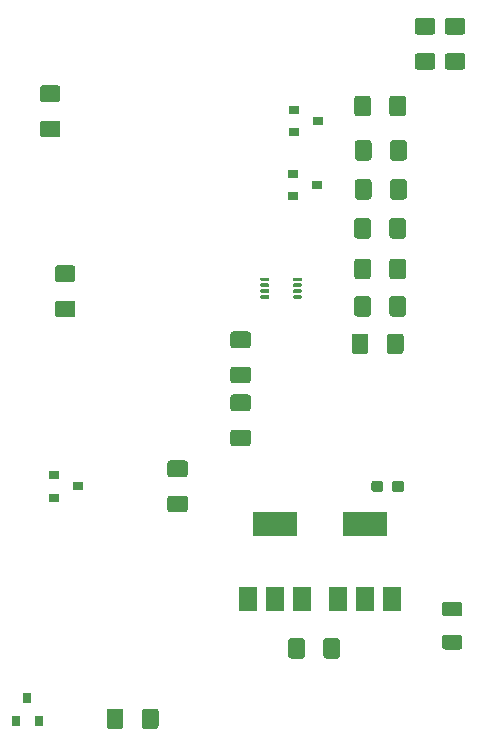
<source format=gbr>
%TF.GenerationSoftware,KiCad,Pcbnew,(5.1.6)-1*%
%TF.CreationDate,2021-01-10T13:28:57-05:00*%
%TF.ProjectId,main_board,6d61696e-5f62-46f6-9172-642e6b696361,rev?*%
%TF.SameCoordinates,Original*%
%TF.FileFunction,Paste,Top*%
%TF.FilePolarity,Positive*%
%FSLAX46Y46*%
G04 Gerber Fmt 4.6, Leading zero omitted, Abs format (unit mm)*
G04 Created by KiCad (PCBNEW (5.1.6)-1) date 2021-01-10 13:28:57*
%MOMM*%
%LPD*%
G01*
G04 APERTURE LIST*
%ADD10R,1.500000X2.000000*%
%ADD11R,3.800000X2.000000*%
%ADD12R,0.900000X0.800000*%
%ADD13R,0.800000X0.900000*%
G04 APERTURE END LIST*
%TO.C,C1*%
G36*
G01*
X175651000Y-130413600D02*
X176901000Y-130413600D01*
G75*
G02*
X177151000Y-130663600I0J-250000D01*
G01*
X177151000Y-131413600D01*
G75*
G02*
X176901000Y-131663600I-250000J0D01*
G01*
X175651000Y-131663600D01*
G75*
G02*
X175401000Y-131413600I0J250000D01*
G01*
X175401000Y-130663600D01*
G75*
G02*
X175651000Y-130413600I250000J0D01*
G01*
G37*
G36*
G01*
X175651000Y-133213600D02*
X176901000Y-133213600D01*
G75*
G02*
X177151000Y-133463600I0J-250000D01*
G01*
X177151000Y-134213600D01*
G75*
G02*
X176901000Y-134463600I-250000J0D01*
G01*
X175651000Y-134463600D01*
G75*
G02*
X175401000Y-134213600I0J250000D01*
G01*
X175401000Y-133463600D01*
G75*
G02*
X175651000Y-133213600I250000J0D01*
G01*
G37*
%TD*%
%TO.C,F1*%
G36*
G01*
X169415000Y-120887500D02*
X169415000Y-120412500D01*
G75*
G02*
X169652500Y-120175000I237500J0D01*
G01*
X170227500Y-120175000D01*
G75*
G02*
X170465000Y-120412500I0J-237500D01*
G01*
X170465000Y-120887500D01*
G75*
G02*
X170227500Y-121125000I-237500J0D01*
G01*
X169652500Y-121125000D01*
G75*
G02*
X169415000Y-120887500I0J237500D01*
G01*
G37*
G36*
G01*
X171165000Y-120887500D02*
X171165000Y-120412500D01*
G75*
G02*
X171402500Y-120175000I237500J0D01*
G01*
X171977500Y-120175000D01*
G75*
G02*
X172215000Y-120412500I0J-237500D01*
G01*
X172215000Y-120887500D01*
G75*
G02*
X171977500Y-121125000I-237500J0D01*
G01*
X171402500Y-121125000D01*
G75*
G02*
X171165000Y-120887500I0J237500D01*
G01*
G37*
%TD*%
%TO.C,R1*%
G36*
G01*
X142865000Y-88125000D02*
X141615000Y-88125000D01*
G75*
G02*
X141365000Y-87875000I0J250000D01*
G01*
X141365000Y-86950000D01*
G75*
G02*
X141615000Y-86700000I250000J0D01*
G01*
X142865000Y-86700000D01*
G75*
G02*
X143115000Y-86950000I0J-250000D01*
G01*
X143115000Y-87875000D01*
G75*
G02*
X142865000Y-88125000I-250000J0D01*
G01*
G37*
G36*
G01*
X142865000Y-91100000D02*
X141615000Y-91100000D01*
G75*
G02*
X141365000Y-90850000I0J250000D01*
G01*
X141365000Y-89925000D01*
G75*
G02*
X141615000Y-89675000I250000J0D01*
G01*
X142865000Y-89675000D01*
G75*
G02*
X143115000Y-89925000I0J-250000D01*
G01*
X143115000Y-90850000D01*
G75*
G02*
X142865000Y-91100000I-250000J0D01*
G01*
G37*
%TD*%
%TO.C,R2*%
G36*
G01*
X177155000Y-82410000D02*
X175905000Y-82410000D01*
G75*
G02*
X175655000Y-82160000I0J250000D01*
G01*
X175655000Y-81235000D01*
G75*
G02*
X175905000Y-80985000I250000J0D01*
G01*
X177155000Y-80985000D01*
G75*
G02*
X177405000Y-81235000I0J-250000D01*
G01*
X177405000Y-82160000D01*
G75*
G02*
X177155000Y-82410000I-250000J0D01*
G01*
G37*
G36*
G01*
X177155000Y-85385000D02*
X175905000Y-85385000D01*
G75*
G02*
X175655000Y-85135000I0J250000D01*
G01*
X175655000Y-84210000D01*
G75*
G02*
X175905000Y-83960000I250000J0D01*
G01*
X177155000Y-83960000D01*
G75*
G02*
X177405000Y-84210000I0J-250000D01*
G01*
X177405000Y-85135000D01*
G75*
G02*
X177155000Y-85385000I-250000J0D01*
G01*
G37*
%TD*%
%TO.C,R3*%
G36*
G01*
X174615000Y-85385000D02*
X173365000Y-85385000D01*
G75*
G02*
X173115000Y-85135000I0J250000D01*
G01*
X173115000Y-84210000D01*
G75*
G02*
X173365000Y-83960000I250000J0D01*
G01*
X174615000Y-83960000D01*
G75*
G02*
X174865000Y-84210000I0J-250000D01*
G01*
X174865000Y-85135000D01*
G75*
G02*
X174615000Y-85385000I-250000J0D01*
G01*
G37*
G36*
G01*
X174615000Y-82410000D02*
X173365000Y-82410000D01*
G75*
G02*
X173115000Y-82160000I0J250000D01*
G01*
X173115000Y-81235000D01*
G75*
G02*
X173365000Y-80985000I250000J0D01*
G01*
X174615000Y-80985000D01*
G75*
G02*
X174865000Y-81235000I0J-250000D01*
G01*
X174865000Y-82160000D01*
G75*
G02*
X174615000Y-82410000I-250000J0D01*
G01*
G37*
%TD*%
%TO.C,R4*%
G36*
G01*
X144135000Y-106340000D02*
X142885000Y-106340000D01*
G75*
G02*
X142635000Y-106090000I0J250000D01*
G01*
X142635000Y-105165000D01*
G75*
G02*
X142885000Y-104915000I250000J0D01*
G01*
X144135000Y-104915000D01*
G75*
G02*
X144385000Y-105165000I0J-250000D01*
G01*
X144385000Y-106090000D01*
G75*
G02*
X144135000Y-106340000I-250000J0D01*
G01*
G37*
G36*
G01*
X144135000Y-103365000D02*
X142885000Y-103365000D01*
G75*
G02*
X142635000Y-103115000I0J250000D01*
G01*
X142635000Y-102190000D01*
G75*
G02*
X142885000Y-101940000I250000J0D01*
G01*
X144135000Y-101940000D01*
G75*
G02*
X144385000Y-102190000I0J-250000D01*
G01*
X144385000Y-103115000D01*
G75*
G02*
X144135000Y-103365000I-250000J0D01*
G01*
G37*
%TD*%
%TO.C,R5*%
G36*
G01*
X165367000Y-134991000D02*
X165367000Y-133741000D01*
G75*
G02*
X165617000Y-133491000I250000J0D01*
G01*
X166542000Y-133491000D01*
G75*
G02*
X166792000Y-133741000I0J-250000D01*
G01*
X166792000Y-134991000D01*
G75*
G02*
X166542000Y-135241000I-250000J0D01*
G01*
X165617000Y-135241000D01*
G75*
G02*
X165367000Y-134991000I0J250000D01*
G01*
G37*
G36*
G01*
X162392000Y-134991000D02*
X162392000Y-133741000D01*
G75*
G02*
X162642000Y-133491000I250000J0D01*
G01*
X163567000Y-133491000D01*
G75*
G02*
X163817000Y-133741000I0J-250000D01*
G01*
X163817000Y-134991000D01*
G75*
G02*
X163567000Y-135241000I-250000J0D01*
G01*
X162642000Y-135241000D01*
G75*
G02*
X162392000Y-134991000I0J250000D01*
G01*
G37*
%TD*%
%TO.C,R7*%
G36*
G01*
X150000000Y-140960626D02*
X150000000Y-139709374D01*
G75*
G02*
X150249374Y-139460000I249374J0D01*
G01*
X151175626Y-139460000D01*
G75*
G02*
X151425000Y-139709374I0J-249374D01*
G01*
X151425000Y-140960626D01*
G75*
G02*
X151175626Y-141210000I-249374J0D01*
G01*
X150249374Y-141210000D01*
G75*
G02*
X150000000Y-140960626I0J249374D01*
G01*
G37*
G36*
G01*
X147025000Y-140960000D02*
X147025000Y-139710000D01*
G75*
G02*
X147275000Y-139460000I250000J0D01*
G01*
X148200000Y-139460000D01*
G75*
G02*
X148450000Y-139710000I0J-250000D01*
G01*
X148450000Y-140960000D01*
G75*
G02*
X148200000Y-141210000I-250000J0D01*
G01*
X147275000Y-141210000D01*
G75*
G02*
X147025000Y-140960000I0J250000D01*
G01*
G37*
%TD*%
%TO.C,R8*%
G36*
G01*
X153660000Y-122850000D02*
X152410000Y-122850000D01*
G75*
G02*
X152160000Y-122600000I0J250000D01*
G01*
X152160000Y-121675000D01*
G75*
G02*
X152410000Y-121425000I250000J0D01*
G01*
X153660000Y-121425000D01*
G75*
G02*
X153910000Y-121675000I0J-250000D01*
G01*
X153910000Y-122600000D01*
G75*
G02*
X153660000Y-122850000I-250000J0D01*
G01*
G37*
G36*
G01*
X153660000Y-119875000D02*
X152410000Y-119875000D01*
G75*
G02*
X152160000Y-119625000I0J250000D01*
G01*
X152160000Y-118700000D01*
G75*
G02*
X152410000Y-118450000I250000J0D01*
G01*
X153660000Y-118450000D01*
G75*
G02*
X153910000Y-118700000I0J-250000D01*
G01*
X153910000Y-119625000D01*
G75*
G02*
X153660000Y-119875000I-250000J0D01*
G01*
G37*
%TD*%
D10*
%TO.C,5V*%
X166610000Y-130150000D03*
X171210000Y-130150000D03*
X168910000Y-130150000D03*
D11*
X168910000Y-123850000D03*
%TD*%
D10*
%TO.C,3.3V*%
X158990000Y-130150000D03*
X163590000Y-130150000D03*
X161290000Y-130150000D03*
D11*
X161290000Y-123850000D03*
%TD*%
%TO.C,R9*%
G36*
G01*
X172380000Y-101610000D02*
X172380000Y-102860000D01*
G75*
G02*
X172130000Y-103110000I-250000J0D01*
G01*
X171205000Y-103110000D01*
G75*
G02*
X170955000Y-102860000I0J250000D01*
G01*
X170955000Y-101610000D01*
G75*
G02*
X171205000Y-101360000I250000J0D01*
G01*
X172130000Y-101360000D01*
G75*
G02*
X172380000Y-101610000I0J-250000D01*
G01*
G37*
G36*
G01*
X169405000Y-101610000D02*
X169405000Y-102860000D01*
G75*
G02*
X169155000Y-103110000I-250000J0D01*
G01*
X168230000Y-103110000D01*
G75*
G02*
X167980000Y-102860000I0J250000D01*
G01*
X167980000Y-101610000D01*
G75*
G02*
X168230000Y-101360000I250000J0D01*
G01*
X169155000Y-101360000D01*
G75*
G02*
X169405000Y-101610000I0J-250000D01*
G01*
G37*
%TD*%
%TO.C,R10*%
G36*
G01*
X170955000Y-106035000D02*
X170955000Y-104785000D01*
G75*
G02*
X171205000Y-104535000I250000J0D01*
G01*
X172130000Y-104535000D01*
G75*
G02*
X172380000Y-104785000I0J-250000D01*
G01*
X172380000Y-106035000D01*
G75*
G02*
X172130000Y-106285000I-250000J0D01*
G01*
X171205000Y-106285000D01*
G75*
G02*
X170955000Y-106035000I0J250000D01*
G01*
G37*
G36*
G01*
X167980000Y-106035000D02*
X167980000Y-104785000D01*
G75*
G02*
X168230000Y-104535000I250000J0D01*
G01*
X169155000Y-104535000D01*
G75*
G02*
X169405000Y-104785000I0J-250000D01*
G01*
X169405000Y-106035000D01*
G75*
G02*
X169155000Y-106285000I-250000J0D01*
G01*
X168230000Y-106285000D01*
G75*
G02*
X167980000Y-106035000I0J250000D01*
G01*
G37*
%TD*%
%TO.C,R11*%
G36*
G01*
X167762500Y-109210000D02*
X167762500Y-107960000D01*
G75*
G02*
X168012500Y-107710000I250000J0D01*
G01*
X168937500Y-107710000D01*
G75*
G02*
X169187500Y-107960000I0J-250000D01*
G01*
X169187500Y-109210000D01*
G75*
G02*
X168937500Y-109460000I-250000J0D01*
G01*
X168012500Y-109460000D01*
G75*
G02*
X167762500Y-109210000I0J250000D01*
G01*
G37*
G36*
G01*
X170737500Y-109210000D02*
X170737500Y-107960000D01*
G75*
G02*
X170987500Y-107710000I250000J0D01*
G01*
X171912500Y-107710000D01*
G75*
G02*
X172162500Y-107960000I0J-250000D01*
G01*
X172162500Y-109210000D01*
G75*
G02*
X171912500Y-109460000I-250000J0D01*
G01*
X170987500Y-109460000D01*
G75*
G02*
X170737500Y-109210000I0J250000D01*
G01*
G37*
%TD*%
%TO.C,U7*%
G36*
G01*
X160050000Y-103195000D02*
X160050000Y-103045000D01*
G75*
G02*
X160125000Y-102970000I75000J0D01*
G01*
X160725000Y-102970000D01*
G75*
G02*
X160800000Y-103045000I0J-75000D01*
G01*
X160800000Y-103195000D01*
G75*
G02*
X160725000Y-103270000I-75000J0D01*
G01*
X160125000Y-103270000D01*
G75*
G02*
X160050000Y-103195000I0J75000D01*
G01*
G37*
G36*
G01*
X160050000Y-103695000D02*
X160050000Y-103545000D01*
G75*
G02*
X160125000Y-103470000I75000J0D01*
G01*
X160725000Y-103470000D01*
G75*
G02*
X160800000Y-103545000I0J-75000D01*
G01*
X160800000Y-103695000D01*
G75*
G02*
X160725000Y-103770000I-75000J0D01*
G01*
X160125000Y-103770000D01*
G75*
G02*
X160050000Y-103695000I0J75000D01*
G01*
G37*
G36*
G01*
X160050000Y-104195000D02*
X160050000Y-104045000D01*
G75*
G02*
X160125000Y-103970000I75000J0D01*
G01*
X160725000Y-103970000D01*
G75*
G02*
X160800000Y-104045000I0J-75000D01*
G01*
X160800000Y-104195000D01*
G75*
G02*
X160725000Y-104270000I-75000J0D01*
G01*
X160125000Y-104270000D01*
G75*
G02*
X160050000Y-104195000I0J75000D01*
G01*
G37*
G36*
G01*
X160050000Y-104695000D02*
X160050000Y-104545000D01*
G75*
G02*
X160125000Y-104470000I75000J0D01*
G01*
X160725000Y-104470000D01*
G75*
G02*
X160800000Y-104545000I0J-75000D01*
G01*
X160800000Y-104695000D01*
G75*
G02*
X160725000Y-104770000I-75000J0D01*
G01*
X160125000Y-104770000D01*
G75*
G02*
X160050000Y-104695000I0J75000D01*
G01*
G37*
G36*
G01*
X162800000Y-104695000D02*
X162800000Y-104545000D01*
G75*
G02*
X162875000Y-104470000I75000J0D01*
G01*
X163475000Y-104470000D01*
G75*
G02*
X163550000Y-104545000I0J-75000D01*
G01*
X163550000Y-104695000D01*
G75*
G02*
X163475000Y-104770000I-75000J0D01*
G01*
X162875000Y-104770000D01*
G75*
G02*
X162800000Y-104695000I0J75000D01*
G01*
G37*
G36*
G01*
X162800000Y-104195000D02*
X162800000Y-104045000D01*
G75*
G02*
X162875000Y-103970000I75000J0D01*
G01*
X163475000Y-103970000D01*
G75*
G02*
X163550000Y-104045000I0J-75000D01*
G01*
X163550000Y-104195000D01*
G75*
G02*
X163475000Y-104270000I-75000J0D01*
G01*
X162875000Y-104270000D01*
G75*
G02*
X162800000Y-104195000I0J75000D01*
G01*
G37*
G36*
G01*
X162800000Y-103695000D02*
X162800000Y-103545000D01*
G75*
G02*
X162875000Y-103470000I75000J0D01*
G01*
X163475000Y-103470000D01*
G75*
G02*
X163550000Y-103545000I0J-75000D01*
G01*
X163550000Y-103695000D01*
G75*
G02*
X163475000Y-103770000I-75000J0D01*
G01*
X162875000Y-103770000D01*
G75*
G02*
X162800000Y-103695000I0J75000D01*
G01*
G37*
G36*
G01*
X162800000Y-103195000D02*
X162800000Y-103045000D01*
G75*
G02*
X162875000Y-102970000I75000J0D01*
G01*
X163475000Y-102970000D01*
G75*
G02*
X163550000Y-103045000I0J-75000D01*
G01*
X163550000Y-103195000D01*
G75*
G02*
X163475000Y-103270000I-75000J0D01*
G01*
X162875000Y-103270000D01*
G75*
G02*
X162800000Y-103195000I0J75000D01*
G01*
G37*
%TD*%
%TO.C,R16*%
G36*
G01*
X157744000Y-107528000D02*
X158994000Y-107528000D01*
G75*
G02*
X159244000Y-107778000I0J-250000D01*
G01*
X159244000Y-108703000D01*
G75*
G02*
X158994000Y-108953000I-250000J0D01*
G01*
X157744000Y-108953000D01*
G75*
G02*
X157494000Y-108703000I0J250000D01*
G01*
X157494000Y-107778000D01*
G75*
G02*
X157744000Y-107528000I250000J0D01*
G01*
G37*
G36*
G01*
X157744000Y-110503000D02*
X158994000Y-110503000D01*
G75*
G02*
X159244000Y-110753000I0J-250000D01*
G01*
X159244000Y-111678000D01*
G75*
G02*
X158994000Y-111928000I-250000J0D01*
G01*
X157744000Y-111928000D01*
G75*
G02*
X157494000Y-111678000I0J250000D01*
G01*
X157494000Y-110753000D01*
G75*
G02*
X157744000Y-110503000I250000J0D01*
G01*
G37*
%TD*%
%TO.C,R17*%
G36*
G01*
X157744000Y-115837000D02*
X158994000Y-115837000D01*
G75*
G02*
X159244000Y-116087000I0J-250000D01*
G01*
X159244000Y-117012000D01*
G75*
G02*
X158994000Y-117262000I-250000J0D01*
G01*
X157744000Y-117262000D01*
G75*
G02*
X157494000Y-117012000I0J250000D01*
G01*
X157494000Y-116087000D01*
G75*
G02*
X157744000Y-115837000I250000J0D01*
G01*
G37*
G36*
G01*
X157744000Y-112862000D02*
X158994000Y-112862000D01*
G75*
G02*
X159244000Y-113112000I0J-250000D01*
G01*
X159244000Y-114037000D01*
G75*
G02*
X158994000Y-114287000I-250000J0D01*
G01*
X157744000Y-114287000D01*
G75*
G02*
X157494000Y-114037000I0J250000D01*
G01*
X157494000Y-113112000D01*
G75*
G02*
X157744000Y-112862000I250000J0D01*
G01*
G37*
%TD*%
D12*
%TO.C,Q1*%
X162893500Y-88775500D03*
X162893500Y-90675500D03*
X164893500Y-89725500D03*
%TD*%
%TO.C,Q2*%
X164830000Y-95123000D03*
X162830000Y-96073000D03*
X162830000Y-94173000D03*
%TD*%
%TO.C,R12*%
G36*
G01*
X170955000Y-99431000D02*
X170955000Y-98181000D01*
G75*
G02*
X171205000Y-97931000I250000J0D01*
G01*
X172130000Y-97931000D01*
G75*
G02*
X172380000Y-98181000I0J-250000D01*
G01*
X172380000Y-99431000D01*
G75*
G02*
X172130000Y-99681000I-250000J0D01*
G01*
X171205000Y-99681000D01*
G75*
G02*
X170955000Y-99431000I0J250000D01*
G01*
G37*
G36*
G01*
X167980000Y-99431000D02*
X167980000Y-98181000D01*
G75*
G02*
X168230000Y-97931000I250000J0D01*
G01*
X169155000Y-97931000D01*
G75*
G02*
X169405000Y-98181000I0J-250000D01*
G01*
X169405000Y-99431000D01*
G75*
G02*
X169155000Y-99681000I-250000J0D01*
G01*
X168230000Y-99681000D01*
G75*
G02*
X167980000Y-99431000I0J250000D01*
G01*
G37*
%TD*%
%TO.C,R13*%
G36*
G01*
X168043500Y-96129000D02*
X168043500Y-94879000D01*
G75*
G02*
X168293500Y-94629000I250000J0D01*
G01*
X169218500Y-94629000D01*
G75*
G02*
X169468500Y-94879000I0J-250000D01*
G01*
X169468500Y-96129000D01*
G75*
G02*
X169218500Y-96379000I-250000J0D01*
G01*
X168293500Y-96379000D01*
G75*
G02*
X168043500Y-96129000I0J250000D01*
G01*
G37*
G36*
G01*
X171018500Y-96129000D02*
X171018500Y-94879000D01*
G75*
G02*
X171268500Y-94629000I250000J0D01*
G01*
X172193500Y-94629000D01*
G75*
G02*
X172443500Y-94879000I0J-250000D01*
G01*
X172443500Y-96129000D01*
G75*
G02*
X172193500Y-96379000I-250000J0D01*
G01*
X171268500Y-96379000D01*
G75*
G02*
X171018500Y-96129000I0J250000D01*
G01*
G37*
%TD*%
%TO.C,R14*%
G36*
G01*
X172443500Y-91577000D02*
X172443500Y-92827000D01*
G75*
G02*
X172193500Y-93077000I-250000J0D01*
G01*
X171268500Y-93077000D01*
G75*
G02*
X171018500Y-92827000I0J250000D01*
G01*
X171018500Y-91577000D01*
G75*
G02*
X171268500Y-91327000I250000J0D01*
G01*
X172193500Y-91327000D01*
G75*
G02*
X172443500Y-91577000I0J-250000D01*
G01*
G37*
G36*
G01*
X169468500Y-91577000D02*
X169468500Y-92827000D01*
G75*
G02*
X169218500Y-93077000I-250000J0D01*
G01*
X168293500Y-93077000D01*
G75*
G02*
X168043500Y-92827000I0J250000D01*
G01*
X168043500Y-91577000D01*
G75*
G02*
X168293500Y-91327000I250000J0D01*
G01*
X169218500Y-91327000D01*
G75*
G02*
X169468500Y-91577000I0J-250000D01*
G01*
G37*
%TD*%
%TO.C,R15*%
G36*
G01*
X169405000Y-87830500D02*
X169405000Y-89080500D01*
G75*
G02*
X169155000Y-89330500I-250000J0D01*
G01*
X168230000Y-89330500D01*
G75*
G02*
X167980000Y-89080500I0J250000D01*
G01*
X167980000Y-87830500D01*
G75*
G02*
X168230000Y-87580500I250000J0D01*
G01*
X169155000Y-87580500D01*
G75*
G02*
X169405000Y-87830500I0J-250000D01*
G01*
G37*
G36*
G01*
X172380000Y-87830500D02*
X172380000Y-89080500D01*
G75*
G02*
X172130000Y-89330500I-250000J0D01*
G01*
X171205000Y-89330500D01*
G75*
G02*
X170955000Y-89080500I0J250000D01*
G01*
X170955000Y-87830500D01*
G75*
G02*
X171205000Y-87580500I250000J0D01*
G01*
X172130000Y-87580500D01*
G75*
G02*
X172380000Y-87830500I0J-250000D01*
G01*
G37*
%TD*%
D13*
%TO.C,Q3*%
X139359600Y-140547600D03*
X141259600Y-140547600D03*
X140309600Y-138547600D03*
%TD*%
D12*
%TO.C,Q4*%
X144560800Y-120650000D03*
X142560800Y-121600000D03*
X142560800Y-119700000D03*
%TD*%
M02*

</source>
